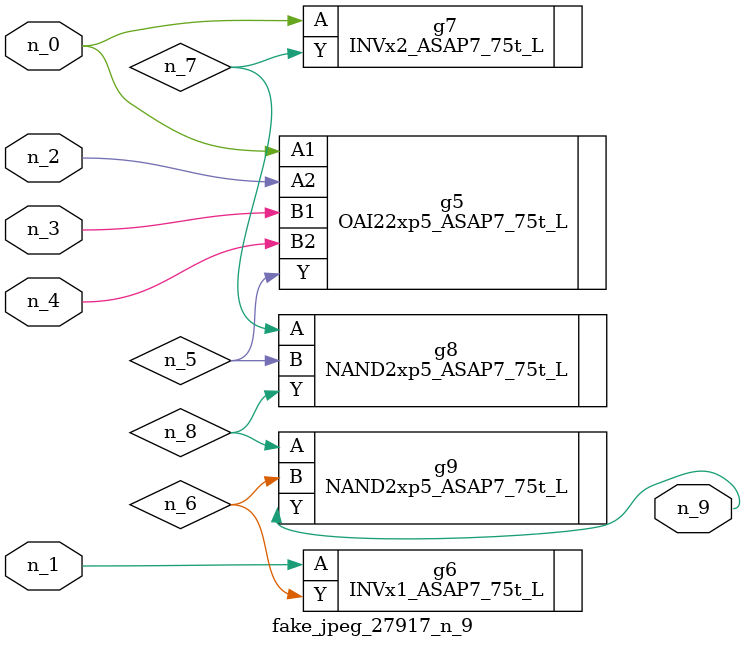
<source format=v>
module fake_jpeg_27917_n_9 (n_3, n_2, n_1, n_0, n_4, n_9);

input n_3;
input n_2;
input n_1;
input n_0;
input n_4;

output n_9;

wire n_8;
wire n_6;
wire n_5;
wire n_7;

OAI22xp5_ASAP7_75t_L g5 ( 
.A1(n_0),
.A2(n_2),
.B1(n_3),
.B2(n_4),
.Y(n_5)
);

INVx1_ASAP7_75t_L g6 ( 
.A(n_1),
.Y(n_6)
);

INVx2_ASAP7_75t_L g7 ( 
.A(n_0),
.Y(n_7)
);

NAND2xp5_ASAP7_75t_L g8 ( 
.A(n_7),
.B(n_5),
.Y(n_8)
);

NAND2xp5_ASAP7_75t_L g9 ( 
.A(n_8),
.B(n_6),
.Y(n_9)
);


endmodule
</source>
